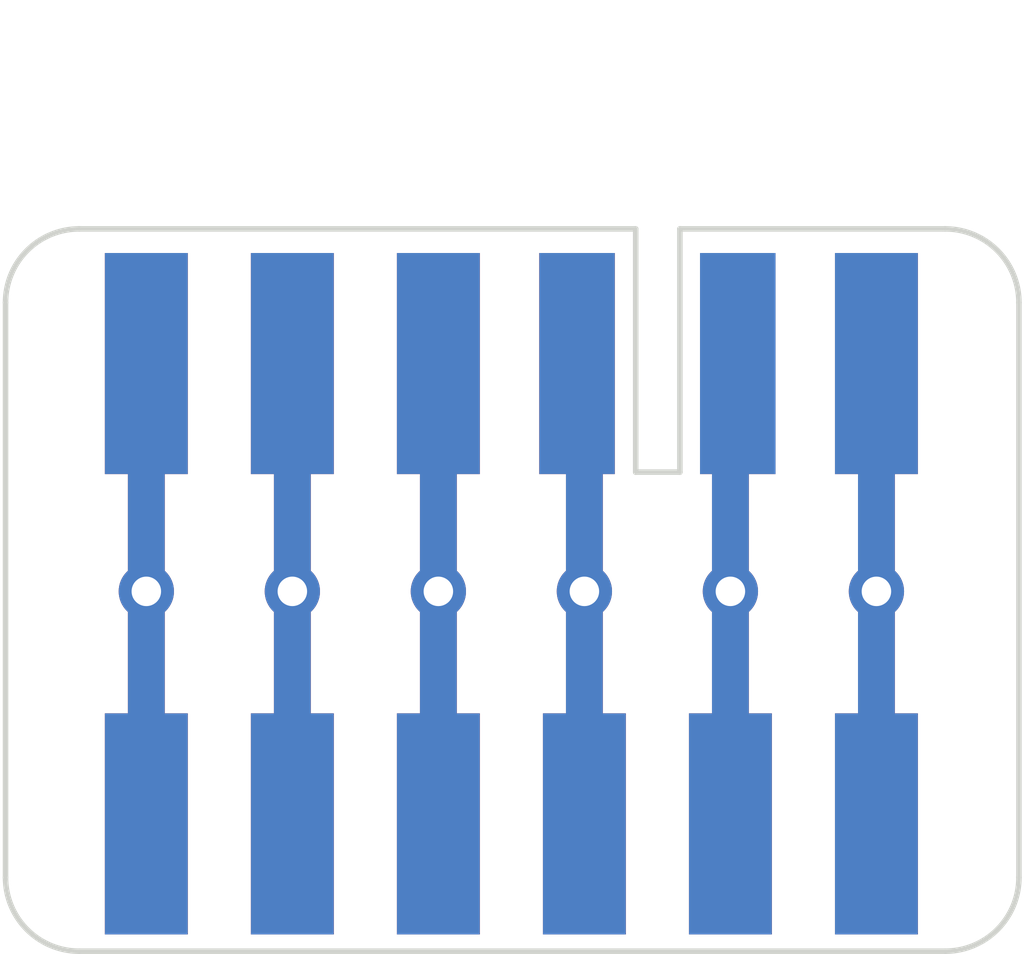
<source format=kicad_pcb>
(kicad_pcb (version 4) (host pcbnew 4.0.5)

  (general
    (links 18)
    (no_connects 0)
    (area 109.924999 66.776285 138.9744 94.675001)
    (thickness 1.6)
    (drawings 13)
    (tracks 37)
    (zones 0)
    (modules 2)
    (nets 7)
  )

  (page A4)
  (layers
    (0 F.Cu signal)
    (31 B.Cu signal)
    (32 B.Adhes user)
    (33 F.Adhes user)
    (34 B.Paste user)
    (35 F.Paste user)
    (36 B.SilkS user)
    (37 F.SilkS user)
    (38 B.Mask user)
    (39 F.Mask user)
    (40 Dwgs.User user)
    (41 Cmts.User user)
    (42 Eco1.User user)
    (43 Eco2.User user)
    (44 Edge.Cuts user)
    (45 Margin user)
    (46 B.CrtYd user)
    (47 F.CrtYd user)
    (48 B.Fab user)
    (49 F.Fab user)
  )

  (setup
    (last_trace_width 1)
    (trace_clearance 0.25)
    (zone_clearance 0.508)
    (zone_45_only no)
    (trace_min 0.2)
    (segment_width 0.2)
    (edge_width 0.15)
    (via_size 1.5)
    (via_drill 0.8)
    (via_min_size 0.4)
    (via_min_drill 0.3)
    (uvia_size 0.3)
    (uvia_drill 0.1)
    (uvias_allowed no)
    (uvia_min_size 0.2)
    (uvia_min_drill 0.1)
    (pcb_text_width 0.3)
    (pcb_text_size 1.5 1.5)
    (mod_edge_width 0.15)
    (mod_text_size 1 1)
    (mod_text_width 0.15)
    (pad_size 2.05 6)
    (pad_drill 0)
    (pad_to_mask_clearance 0.2)
    (aux_axis_origin 0 0)
    (visible_elements 7FFFFFFF)
    (pcbplotparams
      (layerselection 0x010f0_80000001)
      (usegerberextensions true)
      (excludeedgelayer true)
      (linewidth 0.100000)
      (plotframeref false)
      (viasonmask true)
      (mode 1)
      (useauxorigin false)
      (hpglpennumber 1)
      (hpglpenspeed 20)
      (hpglpendiameter 15)
      (hpglpenoverlay 2)
      (psnegative false)
      (psa4output false)
      (plotreference true)
      (plotvalue true)
      (plotinvisibletext false)
      (padsonsilk false)
      (subtractmaskfromsilk false)
      (outputformat 1)
      (mirror false)
      (drillshape 0)
      (scaleselection 1)
      (outputdirectory gerber/))
  )

  (net 0 "")
  (net 1 +5V)
  (net 2 GND)
  (net 3 /Motor)
  (net 4 /Read)
  (net 5 /Write)
  (net 6 /Sense)

  (net_class Default "This is the default net class."
    (clearance 0.25)
    (trace_width 1)
    (via_dia 1.5)
    (via_drill 0.8)
    (uvia_dia 0.3)
    (uvia_drill 0.1)
    (add_net /Motor)
    (add_net /Read)
    (add_net /Sense)
    (add_net /Write)
  )

  (net_class Power ""
    (clearance 0.25)
    (trace_width 1)
    (via_dia 1.5)
    (via_drill 0.8)
    (uvia_dia 0.3)
    (uvia_drill 0.1)
    (add_net +5V)
    (add_net GND)
  )

  (module edgeconn_6x2:EDGECONN_6x2_IMP placed (layer F.Cu) (tedit 52765309) (tstamp 5A0B3E04)
    (at 123.6 90.892 180)
    (path /5A0B4018)
    (fp_text reference CN1 (at 0 4.5 180) (layer F.SilkS) hide
      (effects (font (size 1 1) (thickness 0.15)))
    )
    (fp_text value EDGECONN_6X2 (at -14.2494 5.588 270) (layer F.SilkS) hide
      (effects (font (size 1 1) (thickness 0.15)))
    )
    (pad 1 smd rect (at -10.033 -0.254 180) (size 2.25 6) (layers F.Cu F.Paste F.Mask)
      (net 2 GND))
    (pad 2 smd rect (at -6.0706 -0.254 180) (size 2.25 6) (layers F.Cu F.Paste F.Mask)
      (net 1 +5V))
    (pad 3 smd rect (at -2.1082 -0.254 180) (size 2.25 6) (layers F.Cu F.Paste F.Mask)
      (net 3 /Motor))
    (pad 4 smd rect (at 1.8542 -0.254 180) (size 2.25 6) (layers F.Cu F.Paste F.Mask)
      (net 4 /Read))
    (pad 5 smd rect (at 5.8166 -0.254 180) (size 2.25 6) (layers F.Cu F.Paste F.Mask)
      (net 5 /Write))
    (pad 6 smd rect (at 9.779 -0.254 180) (size 2.25 6) (layers F.Cu F.Paste F.Mask)
      (net 6 /Sense))
    (pad A smd rect (at -10.033 -0.254 180) (size 2.25 6) (layers B.Cu B.Paste B.Mask)
      (net 2 GND))
    (pad B smd rect (at -6.0706 -0.254 180) (size 2.25 6) (layers B.Cu B.Paste B.Mask)
      (net 1 +5V))
    (pad C smd rect (at -2.1082 -0.254 180) (size 2.25 6) (layers B.Cu B.Paste B.Mask)
      (net 3 /Motor))
    (pad D smd rect (at 1.8542 -0.254 180) (size 2.25 6) (layers B.Cu B.Paste B.Mask)
      (net 4 /Read))
    (pad E smd rect (at 5.8166 -0.254 180) (size 2.25 6) (layers B.Cu B.Paste B.Mask)
      (net 5 /Write))
    (pad F smd rect (at 9.779 -0.254 180) (size 2.25 6) (layers B.Cu B.Paste B.Mask)
      (net 6 /Sense))
  )

  (module edgeconn_6x2:EDGECONN_6x2_IMP placed (layer F.Cu) (tedit 5A0B60AD) (tstamp 5A0B3E14)
    (at 123.6 78.4 180)
    (path /5A0B4998)
    (fp_text reference CN2 (at 0 4.5 180) (layer F.SilkS) hide
      (effects (font (size 1 1) (thickness 0.15)))
    )
    (fp_text value EDGECONN_6X2 (at -14.2494 5.588 270) (layer F.SilkS) hide
      (effects (font (size 1 1) (thickness 0.15)))
    )
    (pad 1 smd rect (at -10.033 -0.254 180) (size 2.25 6) (layers F.Cu F.Paste F.Mask)
      (net 2 GND))
    (pad 2 smd rect (at -6.0706 -0.254 180) (size 2.05 6) (drill (offset -0.2 0)) (layers F.Cu F.Paste F.Mask)
      (net 1 +5V))
    (pad 3 smd rect (at -2.1082 -0.254 180) (size 2.05 6) (drill (offset 0.2 0)) (layers F.Cu F.Paste F.Mask)
      (net 3 /Motor))
    (pad 4 smd rect (at 1.8542 -0.254 180) (size 2.25 6) (layers F.Cu F.Paste F.Mask)
      (net 4 /Read))
    (pad 5 smd rect (at 5.8166 -0.254 180) (size 2.25 6) (layers F.Cu F.Paste F.Mask)
      (net 5 /Write))
    (pad 6 smd rect (at 9.779 -0.254 180) (size 2.25 6) (layers F.Cu F.Paste F.Mask)
      (net 6 /Sense))
    (pad A smd rect (at -10.033 -0.254 180) (size 2.25 6) (layers B.Cu B.Paste B.Mask)
      (net 2 GND))
    (pad B smd rect (at -6.0706 -0.254 180) (size 2.05 6) (drill (offset -0.2 0)) (layers B.Cu B.Paste B.Mask)
      (net 1 +5V))
    (pad C smd rect (at -2.1082 -0.254 180) (size 2.05 6) (drill (offset 0.2 0)) (layers B.Cu B.Paste B.Mask)
      (net 3 /Motor))
    (pad D smd rect (at 1.8542 -0.254 180) (size 2.25 6) (layers B.Cu B.Paste B.Mask)
      (net 4 /Read))
    (pad E smd rect (at 5.8166 -0.254 180) (size 2.25 6) (layers B.Cu B.Paste B.Mask)
      (net 5 /Write))
    (pad F smd rect (at 9.779 -0.254 180) (size 2.25 6) (layers B.Cu B.Paste B.Mask)
      (net 6 /Sense))
  )

  (gr_line (start 137.5 77) (end 137.5 92.6) (layer Edge.Cuts) (width 0.15))
  (gr_line (start 110 77) (end 110 92.6) (layer Edge.Cuts) (width 0.15))
  (gr_arc (start 135.5 92.6) (end 137.5 92.6) (angle 90) (layer Edge.Cuts) (width 0.15))
  (gr_line (start 135.5 94.6) (end 112 94.6) (layer Edge.Cuts) (width 0.15))
  (gr_arc (start 112 92.6) (end 112 94.6) (angle 90) (layer Edge.Cuts) (width 0.15))
  (dimension 27.5 (width 0.3) (layer Dwgs.User)
    (gr_text "27,500 mm" (at 123.75 70.642572) (layer Dwgs.User)
      (effects (font (size 1.5 1.5) (thickness 0.3)))
    )
    (feature1 (pts (xy 137.5 74.992572) (xy 137.5 69.292572)))
    (feature2 (pts (xy 110 74.992572) (xy 110 69.292572)))
    (crossbar (pts (xy 110 71.992572) (xy 137.5 71.992572)))
    (arrow1a (pts (xy 137.5 71.992572) (xy 136.373496 72.578993)))
    (arrow1b (pts (xy 137.5 71.992572) (xy 136.373496 71.406151)))
    (arrow2a (pts (xy 110 71.992572) (xy 111.126504 72.578993)))
    (arrow2b (pts (xy 110 71.992572) (xy 111.126504 71.406151)))
  )
  (gr_line (start 135.5 75) (end 128.3 75) (layer Edge.Cuts) (width 0.15))
  (gr_line (start 127.1 75) (end 112 75) (layer Edge.Cuts) (width 0.15))
  (gr_line (start 127.1 81.6) (end 127.1 75) (layer Edge.Cuts) (width 0.15))
  (gr_line (start 128.3 81.6) (end 127.1 81.6) (layer Edge.Cuts) (width 0.15))
  (gr_line (start 128.3 75) (end 128.3 81.6) (layer Edge.Cuts) (width 0.15))
  (gr_arc (start 135.5 77) (end 135.5 75) (angle 90) (layer Edge.Cuts) (width 0.15))
  (gr_arc (start 112 77) (end 110 77) (angle 90) (layer Edge.Cuts) (width 0.15))

  (segment (start 129.6706 84.836) (end 129.6706 91.146) (width 1) (layer B.Cu) (net 1))
  (segment (start 129.6706 78.654) (end 129.6706 84.836) (width 1) (layer B.Cu) (net 1))
  (segment (start 129.6706 84.836) (end 129.6706 78.654) (width 1) (layer F.Cu) (net 1))
  (segment (start 129.6706 91.146) (end 129.6706 84.836) (width 1) (layer F.Cu) (net 1))
  (via (at 129.6706 84.836) (size 1.5) (drill 0.8) (layers F.Cu B.Cu) (net 1))
  (segment (start 129.6 78.7246) (end 129.6706 78.654) (width 0.6) (layer F.Cu) (net 1) (status 30))
  (segment (start 133.633 78.654) (end 133.633 84.836) (width 1) (layer B.Cu) (net 2))
  (segment (start 133.633 91.146) (end 133.633 84.836) (width 1) (layer B.Cu) (net 2))
  (segment (start 133.633 84.836) (end 133.633 91.146) (width 1) (layer F.Cu) (net 2))
  (segment (start 133.633 78.654) (end 133.633 84.836) (width 1) (layer F.Cu) (net 2))
  (via (at 133.633 84.836) (size 1.5) (drill 0.8) (layers F.Cu B.Cu) (net 2))
  (segment (start 133.6 78.687) (end 133.633 78.654) (width 0.6) (layer B.Cu) (net 2) (status 30))
  (segment (start 125.7082 84.836) (end 125.7082 78.654) (width 1) (layer B.Cu) (net 3))
  (segment (start 125.7082 91.146) (end 125.7082 84.836) (width 1) (layer B.Cu) (net 3))
  (segment (start 125.7082 84.836) (end 125.7082 91.146) (width 1) (layer F.Cu) (net 3))
  (segment (start 125.7082 78.654) (end 125.7082 84.836) (width 1) (layer F.Cu) (net 3))
  (via (at 125.7082 84.836) (size 1.5) (drill 0.8) (layers F.Cu B.Cu) (net 3))
  (segment (start 125.7 91.1378) (end 125.7082 91.146) (width 0.6) (layer B.Cu) (net 3) (status 30))
  (segment (start 125.7 78.6622) (end 125.7082 78.654) (width 0.4) (layer B.Cu) (net 3) (status 30))
  (segment (start 121.7458 84.836) (end 121.7458 91.146) (width 1) (layer B.Cu) (net 4))
  (segment (start 121.7458 78.654) (end 121.7458 84.836) (width 1) (layer B.Cu) (net 4))
  (segment (start 121.7458 84.836) (end 121.7458 78.654) (width 1) (layer F.Cu) (net 4))
  (segment (start 121.7458 91.146) (end 121.7458 84.836) (width 1) (layer F.Cu) (net 4))
  (via (at 121.7458 84.836) (size 1.5) (drill 0.8) (layers F.Cu B.Cu) (net 4))
  (segment (start 121.7 78.6998) (end 121.7458 78.654) (width 0.4) (layer F.Cu) (net 4) (status 30))
  (segment (start 117.7834 84.836) (end 117.7834 78.654) (width 1) (layer B.Cu) (net 5))
  (segment (start 117.7834 91.146) (end 117.7834 84.836) (width 1) (layer B.Cu) (net 5))
  (segment (start 117.7834 84.836) (end 117.7834 91.146) (width 1) (layer F.Cu) (net 5))
  (segment (start 117.7834 78.654) (end 117.7834 84.836) (width 1) (layer F.Cu) (net 5))
  (via (at 117.7834 84.836) (size 1.5) (drill 0.8) (layers F.Cu B.Cu) (net 5))
  (segment (start 117.8 78.6706) (end 117.7834 78.654) (width 0.4) (layer B.Cu) (net 5) (status 30))
  (segment (start 113.821 84.836) (end 113.821 91.146) (width 1) (layer B.Cu) (net 6))
  (segment (start 113.821 78.654) (end 113.821 84.836) (width 1) (layer B.Cu) (net 6))
  (segment (start 113.821 84.836) (end 113.821 78.654) (width 1) (layer F.Cu) (net 6))
  (segment (start 113.821 91.146) (end 113.821 84.836) (width 1) (layer F.Cu) (net 6))
  (via (at 113.821 84.836) (size 1.5) (drill 0.8) (layers F.Cu B.Cu) (net 6))
  (segment (start 113.8 78.675) (end 113.821 78.654) (width 0.4) (layer F.Cu) (net 6) (status 30))

)

</source>
